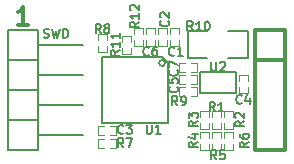
<source format=gto>
G04 (created by PCBNEW (2013-jul-07)-stable) date Mon 06 Jan 2014 05:23:51 AM EST*
%MOIN*%
G04 Gerber Fmt 3.4, Leading zero omitted, Abs format*
%FSLAX34Y34*%
G01*
G70*
G90*
G04 APERTURE LIST*
%ADD10C,0.00590551*%
%ADD11C,0.011811*%
%ADD12C,0.005*%
%ADD13C,0.006*%
%ADD14C,0.012*%
%ADD15C,0.0028*%
%ADD16C,0.00511811*%
G04 APERTURE END LIST*
G54D10*
G54D11*
X84418Y-56339D02*
X84081Y-56339D01*
X84250Y-56339D02*
X84250Y-55748D01*
X84193Y-55832D01*
X84137Y-55889D01*
X84081Y-55917D01*
G54D12*
X86900Y-59600D02*
X86900Y-57400D01*
X86900Y-57400D02*
X86950Y-57400D01*
X89100Y-57600D02*
X89100Y-59600D01*
X89100Y-59600D02*
X86900Y-59600D01*
X86950Y-57400D02*
X88900Y-57400D01*
X88900Y-57400D02*
X89100Y-57600D01*
G54D13*
X88986Y-57613D02*
G75*
G03X88986Y-57613I-99J0D01*
G74*
G01*
G54D14*
X93000Y-56500D02*
X93000Y-56500D01*
X92000Y-56500D02*
X93000Y-56500D01*
X93000Y-56500D02*
X93000Y-56500D01*
X93000Y-56500D02*
X93000Y-60500D01*
X93000Y-60500D02*
X92000Y-60500D01*
X92000Y-60500D02*
X92000Y-56500D01*
X92000Y-57500D02*
X93000Y-57500D01*
G54D12*
X91350Y-57900D02*
X91350Y-58600D01*
X91350Y-58600D02*
X90150Y-58600D01*
X90150Y-58600D02*
X90150Y-57900D01*
X90150Y-57900D02*
X91350Y-57900D01*
X89750Y-56550D02*
X89750Y-57450D01*
X89750Y-57450D02*
X90400Y-57450D01*
X91100Y-56550D02*
X91750Y-56550D01*
X91750Y-56550D02*
X91750Y-57450D01*
X91750Y-57450D02*
X91100Y-57450D01*
X90400Y-56550D02*
X89750Y-56550D01*
G54D15*
X89650Y-58400D02*
X89450Y-58400D01*
X89450Y-58400D02*
X89450Y-58700D01*
X89450Y-58700D02*
X89650Y-58700D01*
X89850Y-58400D02*
X90050Y-58400D01*
X90050Y-58400D02*
X90050Y-58700D01*
X90050Y-58700D02*
X89850Y-58700D01*
X87950Y-56850D02*
X87950Y-57050D01*
X87950Y-57050D02*
X88250Y-57050D01*
X88250Y-57050D02*
X88250Y-56850D01*
X87950Y-56650D02*
X87950Y-56450D01*
X87950Y-56450D02*
X88250Y-56450D01*
X88250Y-56450D02*
X88250Y-56650D01*
X87850Y-56900D02*
X87850Y-56700D01*
X87850Y-56700D02*
X87550Y-56700D01*
X87550Y-56700D02*
X87550Y-56900D01*
X87850Y-57100D02*
X87850Y-57300D01*
X87850Y-57300D02*
X87550Y-57300D01*
X87550Y-57300D02*
X87550Y-57100D01*
X89850Y-57900D02*
X90050Y-57900D01*
X90050Y-57900D02*
X90050Y-57600D01*
X90050Y-57600D02*
X89850Y-57600D01*
X89650Y-57900D02*
X89450Y-57900D01*
X89450Y-57900D02*
X89450Y-57600D01*
X89450Y-57600D02*
X89650Y-57600D01*
X89650Y-58000D02*
X89450Y-58000D01*
X89450Y-58000D02*
X89450Y-58300D01*
X89450Y-58300D02*
X89650Y-58300D01*
X89850Y-58000D02*
X90050Y-58000D01*
X90050Y-58000D02*
X90050Y-58300D01*
X90050Y-58300D02*
X89850Y-58300D01*
X88350Y-56850D02*
X88350Y-57050D01*
X88350Y-57050D02*
X88650Y-57050D01*
X88650Y-57050D02*
X88650Y-56850D01*
X88350Y-56650D02*
X88350Y-56450D01*
X88350Y-56450D02*
X88650Y-56450D01*
X88650Y-56450D02*
X88650Y-56650D01*
X91750Y-58200D02*
X91750Y-58000D01*
X91750Y-58000D02*
X91450Y-58000D01*
X91450Y-58000D02*
X91450Y-58200D01*
X91750Y-58400D02*
X91750Y-58600D01*
X91750Y-58600D02*
X91450Y-58600D01*
X91450Y-58600D02*
X91450Y-58400D01*
X86950Y-59700D02*
X86750Y-59700D01*
X86750Y-59700D02*
X86750Y-60000D01*
X86750Y-60000D02*
X86950Y-60000D01*
X87150Y-59700D02*
X87350Y-59700D01*
X87350Y-59700D02*
X87350Y-60000D01*
X87350Y-60000D02*
X87150Y-60000D01*
X89150Y-56850D02*
X89150Y-57050D01*
X89150Y-57050D02*
X89450Y-57050D01*
X89450Y-57050D02*
X89450Y-56850D01*
X89150Y-56650D02*
X89150Y-56450D01*
X89150Y-56450D02*
X89450Y-56450D01*
X89450Y-56450D02*
X89450Y-56650D01*
X86950Y-60150D02*
X86750Y-60150D01*
X86750Y-60150D02*
X86750Y-60450D01*
X86750Y-60450D02*
X86950Y-60450D01*
X87150Y-60150D02*
X87350Y-60150D01*
X87350Y-60150D02*
X87350Y-60450D01*
X87350Y-60450D02*
X87150Y-60450D01*
X87050Y-56850D02*
X87050Y-56650D01*
X87050Y-56650D02*
X86750Y-56650D01*
X86750Y-56650D02*
X86750Y-56850D01*
X87050Y-57050D02*
X87050Y-57250D01*
X87050Y-57250D02*
X86750Y-57250D01*
X86750Y-57250D02*
X86750Y-57050D01*
X88750Y-56850D02*
X88750Y-57050D01*
X88750Y-57050D02*
X89050Y-57050D01*
X89050Y-57050D02*
X89050Y-56850D01*
X88750Y-56650D02*
X88750Y-56450D01*
X88750Y-56450D02*
X89050Y-56450D01*
X89050Y-56450D02*
X89050Y-56650D01*
X90850Y-59400D02*
X90850Y-59200D01*
X90850Y-59200D02*
X90550Y-59200D01*
X90550Y-59200D02*
X90550Y-59400D01*
X90850Y-59600D02*
X90850Y-59800D01*
X90850Y-59800D02*
X90550Y-59800D01*
X90550Y-59800D02*
X90550Y-59600D01*
X90150Y-60300D02*
X90150Y-60500D01*
X90150Y-60500D02*
X90450Y-60500D01*
X90450Y-60500D02*
X90450Y-60300D01*
X90150Y-60100D02*
X90150Y-59900D01*
X90150Y-59900D02*
X90450Y-59900D01*
X90450Y-59900D02*
X90450Y-60100D01*
X90450Y-59400D02*
X90450Y-59200D01*
X90450Y-59200D02*
X90150Y-59200D01*
X90150Y-59200D02*
X90150Y-59400D01*
X90450Y-59600D02*
X90450Y-59800D01*
X90450Y-59800D02*
X90150Y-59800D01*
X90150Y-59800D02*
X90150Y-59600D01*
X91250Y-59400D02*
X91250Y-59200D01*
X91250Y-59200D02*
X90950Y-59200D01*
X90950Y-59200D02*
X90950Y-59400D01*
X91250Y-59600D02*
X91250Y-59800D01*
X91250Y-59800D02*
X90950Y-59800D01*
X90950Y-59800D02*
X90950Y-59600D01*
X90950Y-60300D02*
X90950Y-60500D01*
X90950Y-60500D02*
X91250Y-60500D01*
X91250Y-60500D02*
X91250Y-60300D01*
X90950Y-60100D02*
X90950Y-59900D01*
X90950Y-59900D02*
X91250Y-59900D01*
X91250Y-59900D02*
X91250Y-60100D01*
X90850Y-60100D02*
X90850Y-59900D01*
X90850Y-59900D02*
X90550Y-59900D01*
X90550Y-59900D02*
X90550Y-60100D01*
X90850Y-60300D02*
X90850Y-60500D01*
X90850Y-60500D02*
X90550Y-60500D01*
X90550Y-60500D02*
X90550Y-60300D01*
G54D10*
X86250Y-60000D02*
X84750Y-60000D01*
X86250Y-59000D02*
X84750Y-59000D01*
X86250Y-58000D02*
X84750Y-58000D01*
X86250Y-57000D02*
X84750Y-57000D01*
X84750Y-59500D02*
X83750Y-59500D01*
X84750Y-58500D02*
X83750Y-58500D01*
X84750Y-57500D02*
X83750Y-57500D01*
X84750Y-56500D02*
X84750Y-60500D01*
X84750Y-60500D02*
X83750Y-60500D01*
X83750Y-60500D02*
X83750Y-56500D01*
X83750Y-56500D02*
X84750Y-56500D01*
G54D16*
X88371Y-59671D02*
X88371Y-59914D01*
X88385Y-59942D01*
X88400Y-59957D01*
X88428Y-59971D01*
X88485Y-59971D01*
X88514Y-59957D01*
X88528Y-59942D01*
X88542Y-59914D01*
X88542Y-59671D01*
X88842Y-59971D02*
X88671Y-59971D01*
X88757Y-59971D02*
X88757Y-59671D01*
X88728Y-59714D01*
X88700Y-59742D01*
X88671Y-59757D01*
X90521Y-57571D02*
X90521Y-57814D01*
X90535Y-57842D01*
X90550Y-57857D01*
X90578Y-57871D01*
X90635Y-57871D01*
X90664Y-57857D01*
X90678Y-57842D01*
X90692Y-57814D01*
X90692Y-57571D01*
X90821Y-57600D02*
X90835Y-57585D01*
X90864Y-57571D01*
X90935Y-57571D01*
X90964Y-57585D01*
X90978Y-57600D01*
X90992Y-57628D01*
X90992Y-57657D01*
X90978Y-57700D01*
X90807Y-57871D01*
X90992Y-57871D01*
X89907Y-56521D02*
X89807Y-56378D01*
X89735Y-56521D02*
X89735Y-56221D01*
X89850Y-56221D01*
X89878Y-56235D01*
X89892Y-56250D01*
X89907Y-56278D01*
X89907Y-56321D01*
X89892Y-56350D01*
X89878Y-56364D01*
X89850Y-56378D01*
X89735Y-56378D01*
X90192Y-56521D02*
X90021Y-56521D01*
X90107Y-56521D02*
X90107Y-56221D01*
X90078Y-56264D01*
X90050Y-56292D01*
X90021Y-56307D01*
X90378Y-56221D02*
X90407Y-56221D01*
X90435Y-56235D01*
X90450Y-56250D01*
X90464Y-56278D01*
X90478Y-56335D01*
X90478Y-56407D01*
X90464Y-56464D01*
X90450Y-56492D01*
X90435Y-56507D01*
X90407Y-56521D01*
X90378Y-56521D01*
X90350Y-56507D01*
X90335Y-56492D01*
X90321Y-56464D01*
X90307Y-56407D01*
X90307Y-56335D01*
X90321Y-56278D01*
X90335Y-56250D01*
X90350Y-56235D01*
X90378Y-56221D01*
X89400Y-59021D02*
X89300Y-58878D01*
X89228Y-59021D02*
X89228Y-58721D01*
X89342Y-58721D01*
X89371Y-58735D01*
X89385Y-58750D01*
X89400Y-58778D01*
X89400Y-58821D01*
X89385Y-58850D01*
X89371Y-58864D01*
X89342Y-58878D01*
X89228Y-58878D01*
X89542Y-59021D02*
X89600Y-59021D01*
X89628Y-59007D01*
X89642Y-58992D01*
X89671Y-58950D01*
X89685Y-58892D01*
X89685Y-58778D01*
X89671Y-58750D01*
X89657Y-58735D01*
X89628Y-58721D01*
X89571Y-58721D01*
X89542Y-58735D01*
X89528Y-58750D01*
X89514Y-58778D01*
X89514Y-58850D01*
X89528Y-58878D01*
X89542Y-58892D01*
X89571Y-58907D01*
X89628Y-58907D01*
X89657Y-58892D01*
X89671Y-58878D01*
X89685Y-58850D01*
X88121Y-56242D02*
X87978Y-56342D01*
X88121Y-56414D02*
X87821Y-56414D01*
X87821Y-56300D01*
X87835Y-56271D01*
X87850Y-56257D01*
X87878Y-56242D01*
X87921Y-56242D01*
X87950Y-56257D01*
X87964Y-56271D01*
X87978Y-56300D01*
X87978Y-56414D01*
X88121Y-55957D02*
X88121Y-56128D01*
X88121Y-56042D02*
X87821Y-56042D01*
X87864Y-56071D01*
X87892Y-56100D01*
X87907Y-56128D01*
X87850Y-55842D02*
X87835Y-55828D01*
X87821Y-55800D01*
X87821Y-55728D01*
X87835Y-55700D01*
X87850Y-55685D01*
X87878Y-55671D01*
X87907Y-55671D01*
X87950Y-55685D01*
X88121Y-55857D01*
X88121Y-55671D01*
X87471Y-57192D02*
X87328Y-57292D01*
X87471Y-57364D02*
X87171Y-57364D01*
X87171Y-57250D01*
X87185Y-57221D01*
X87200Y-57207D01*
X87228Y-57192D01*
X87271Y-57192D01*
X87300Y-57207D01*
X87314Y-57221D01*
X87328Y-57250D01*
X87328Y-57364D01*
X87471Y-56907D02*
X87471Y-57078D01*
X87471Y-56992D02*
X87171Y-56992D01*
X87214Y-57021D01*
X87242Y-57050D01*
X87257Y-57078D01*
X87471Y-56621D02*
X87471Y-56792D01*
X87471Y-56707D02*
X87171Y-56707D01*
X87214Y-56735D01*
X87242Y-56764D01*
X87257Y-56792D01*
X89392Y-57850D02*
X89407Y-57864D01*
X89421Y-57907D01*
X89421Y-57935D01*
X89407Y-57978D01*
X89378Y-58007D01*
X89350Y-58021D01*
X89292Y-58035D01*
X89250Y-58035D01*
X89192Y-58021D01*
X89164Y-58007D01*
X89135Y-57978D01*
X89121Y-57935D01*
X89121Y-57907D01*
X89135Y-57864D01*
X89150Y-57850D01*
X89121Y-57750D02*
X89121Y-57550D01*
X89421Y-57678D01*
X89392Y-58400D02*
X89407Y-58414D01*
X89421Y-58457D01*
X89421Y-58485D01*
X89407Y-58528D01*
X89378Y-58557D01*
X89350Y-58571D01*
X89292Y-58585D01*
X89250Y-58585D01*
X89192Y-58571D01*
X89164Y-58557D01*
X89135Y-58528D01*
X89121Y-58485D01*
X89121Y-58457D01*
X89135Y-58414D01*
X89150Y-58400D01*
X89121Y-58128D02*
X89121Y-58271D01*
X89264Y-58285D01*
X89250Y-58271D01*
X89235Y-58242D01*
X89235Y-58171D01*
X89250Y-58142D01*
X89264Y-58128D01*
X89292Y-58114D01*
X89364Y-58114D01*
X89392Y-58128D01*
X89407Y-58142D01*
X89421Y-58171D01*
X89421Y-58242D01*
X89407Y-58271D01*
X89392Y-58285D01*
X88450Y-57342D02*
X88435Y-57357D01*
X88392Y-57371D01*
X88364Y-57371D01*
X88321Y-57357D01*
X88292Y-57328D01*
X88278Y-57300D01*
X88264Y-57242D01*
X88264Y-57200D01*
X88278Y-57142D01*
X88292Y-57114D01*
X88321Y-57085D01*
X88364Y-57071D01*
X88392Y-57071D01*
X88435Y-57085D01*
X88450Y-57100D01*
X88707Y-57071D02*
X88650Y-57071D01*
X88621Y-57085D01*
X88607Y-57100D01*
X88578Y-57142D01*
X88564Y-57200D01*
X88564Y-57314D01*
X88578Y-57342D01*
X88592Y-57357D01*
X88621Y-57371D01*
X88678Y-57371D01*
X88707Y-57357D01*
X88721Y-57342D01*
X88735Y-57314D01*
X88735Y-57242D01*
X88721Y-57214D01*
X88707Y-57200D01*
X88678Y-57185D01*
X88621Y-57185D01*
X88592Y-57200D01*
X88578Y-57214D01*
X88564Y-57242D01*
X91550Y-58942D02*
X91535Y-58957D01*
X91492Y-58971D01*
X91464Y-58971D01*
X91421Y-58957D01*
X91392Y-58928D01*
X91378Y-58900D01*
X91364Y-58842D01*
X91364Y-58800D01*
X91378Y-58742D01*
X91392Y-58714D01*
X91421Y-58685D01*
X91464Y-58671D01*
X91492Y-58671D01*
X91535Y-58685D01*
X91550Y-58700D01*
X91807Y-58771D02*
X91807Y-58971D01*
X91735Y-58657D02*
X91664Y-58871D01*
X91850Y-58871D01*
X87600Y-59942D02*
X87585Y-59957D01*
X87542Y-59971D01*
X87514Y-59971D01*
X87471Y-59957D01*
X87442Y-59928D01*
X87428Y-59900D01*
X87414Y-59842D01*
X87414Y-59800D01*
X87428Y-59742D01*
X87442Y-59714D01*
X87471Y-59685D01*
X87514Y-59671D01*
X87542Y-59671D01*
X87585Y-59685D01*
X87600Y-59700D01*
X87700Y-59671D02*
X87885Y-59671D01*
X87785Y-59785D01*
X87828Y-59785D01*
X87857Y-59800D01*
X87871Y-59814D01*
X87885Y-59842D01*
X87885Y-59914D01*
X87871Y-59942D01*
X87857Y-59957D01*
X87828Y-59971D01*
X87742Y-59971D01*
X87714Y-59957D01*
X87700Y-59942D01*
X89300Y-57342D02*
X89285Y-57357D01*
X89242Y-57371D01*
X89214Y-57371D01*
X89171Y-57357D01*
X89142Y-57328D01*
X89128Y-57300D01*
X89114Y-57242D01*
X89114Y-57200D01*
X89128Y-57142D01*
X89142Y-57114D01*
X89171Y-57085D01*
X89214Y-57071D01*
X89242Y-57071D01*
X89285Y-57085D01*
X89300Y-57100D01*
X89585Y-57371D02*
X89414Y-57371D01*
X89500Y-57371D02*
X89500Y-57071D01*
X89471Y-57114D01*
X89442Y-57142D01*
X89414Y-57157D01*
X87600Y-60421D02*
X87500Y-60278D01*
X87428Y-60421D02*
X87428Y-60121D01*
X87542Y-60121D01*
X87571Y-60135D01*
X87585Y-60150D01*
X87600Y-60178D01*
X87600Y-60221D01*
X87585Y-60250D01*
X87571Y-60264D01*
X87542Y-60278D01*
X87428Y-60278D01*
X87700Y-60121D02*
X87900Y-60121D01*
X87771Y-60421D01*
X86850Y-56621D02*
X86750Y-56478D01*
X86678Y-56621D02*
X86678Y-56321D01*
X86792Y-56321D01*
X86821Y-56335D01*
X86835Y-56350D01*
X86850Y-56378D01*
X86850Y-56421D01*
X86835Y-56450D01*
X86821Y-56464D01*
X86792Y-56478D01*
X86678Y-56478D01*
X87021Y-56450D02*
X86992Y-56435D01*
X86978Y-56421D01*
X86964Y-56392D01*
X86964Y-56378D01*
X86978Y-56350D01*
X86992Y-56335D01*
X87021Y-56321D01*
X87078Y-56321D01*
X87107Y-56335D01*
X87121Y-56350D01*
X87135Y-56378D01*
X87135Y-56392D01*
X87121Y-56421D01*
X87107Y-56435D01*
X87078Y-56450D01*
X87021Y-56450D01*
X86992Y-56464D01*
X86978Y-56478D01*
X86964Y-56507D01*
X86964Y-56564D01*
X86978Y-56592D01*
X86992Y-56607D01*
X87021Y-56621D01*
X87078Y-56621D01*
X87107Y-56607D01*
X87121Y-56592D01*
X87135Y-56564D01*
X87135Y-56507D01*
X87121Y-56478D01*
X87107Y-56464D01*
X87078Y-56450D01*
X89092Y-56200D02*
X89107Y-56214D01*
X89121Y-56257D01*
X89121Y-56285D01*
X89107Y-56328D01*
X89078Y-56357D01*
X89050Y-56371D01*
X88992Y-56385D01*
X88950Y-56385D01*
X88892Y-56371D01*
X88864Y-56357D01*
X88835Y-56328D01*
X88821Y-56285D01*
X88821Y-56257D01*
X88835Y-56214D01*
X88850Y-56200D01*
X88850Y-56085D02*
X88835Y-56071D01*
X88821Y-56042D01*
X88821Y-55971D01*
X88835Y-55942D01*
X88850Y-55928D01*
X88878Y-55914D01*
X88907Y-55914D01*
X88950Y-55928D01*
X89121Y-56100D01*
X89121Y-55914D01*
X90650Y-59221D02*
X90550Y-59078D01*
X90478Y-59221D02*
X90478Y-58921D01*
X90592Y-58921D01*
X90621Y-58935D01*
X90635Y-58950D01*
X90650Y-58978D01*
X90650Y-59021D01*
X90635Y-59050D01*
X90621Y-59064D01*
X90592Y-59078D01*
X90478Y-59078D01*
X90935Y-59221D02*
X90764Y-59221D01*
X90850Y-59221D02*
X90850Y-58921D01*
X90821Y-58964D01*
X90792Y-58992D01*
X90764Y-59007D01*
X90071Y-60250D02*
X89928Y-60350D01*
X90071Y-60421D02*
X89771Y-60421D01*
X89771Y-60307D01*
X89785Y-60278D01*
X89800Y-60264D01*
X89828Y-60250D01*
X89871Y-60250D01*
X89900Y-60264D01*
X89914Y-60278D01*
X89928Y-60307D01*
X89928Y-60421D01*
X89871Y-59992D02*
X90071Y-59992D01*
X89757Y-60064D02*
X89971Y-60135D01*
X89971Y-59950D01*
X90071Y-59550D02*
X89928Y-59650D01*
X90071Y-59721D02*
X89771Y-59721D01*
X89771Y-59607D01*
X89785Y-59578D01*
X89800Y-59564D01*
X89828Y-59550D01*
X89871Y-59550D01*
X89900Y-59564D01*
X89914Y-59578D01*
X89928Y-59607D01*
X89928Y-59721D01*
X89771Y-59450D02*
X89771Y-59264D01*
X89885Y-59364D01*
X89885Y-59321D01*
X89900Y-59292D01*
X89914Y-59278D01*
X89942Y-59264D01*
X90014Y-59264D01*
X90042Y-59278D01*
X90057Y-59292D01*
X90071Y-59321D01*
X90071Y-59407D01*
X90057Y-59435D01*
X90042Y-59450D01*
X91621Y-59550D02*
X91478Y-59650D01*
X91621Y-59721D02*
X91321Y-59721D01*
X91321Y-59607D01*
X91335Y-59578D01*
X91350Y-59564D01*
X91378Y-59550D01*
X91421Y-59550D01*
X91450Y-59564D01*
X91464Y-59578D01*
X91478Y-59607D01*
X91478Y-59721D01*
X91350Y-59435D02*
X91335Y-59421D01*
X91321Y-59392D01*
X91321Y-59321D01*
X91335Y-59292D01*
X91350Y-59278D01*
X91378Y-59264D01*
X91407Y-59264D01*
X91450Y-59278D01*
X91621Y-59450D01*
X91621Y-59264D01*
X91771Y-60250D02*
X91628Y-60350D01*
X91771Y-60421D02*
X91471Y-60421D01*
X91471Y-60307D01*
X91485Y-60278D01*
X91500Y-60264D01*
X91528Y-60250D01*
X91571Y-60250D01*
X91600Y-60264D01*
X91614Y-60278D01*
X91628Y-60307D01*
X91628Y-60421D01*
X91471Y-59992D02*
X91471Y-60050D01*
X91485Y-60078D01*
X91500Y-60092D01*
X91542Y-60121D01*
X91600Y-60135D01*
X91714Y-60135D01*
X91742Y-60121D01*
X91757Y-60107D01*
X91771Y-60078D01*
X91771Y-60021D01*
X91757Y-59992D01*
X91742Y-59978D01*
X91714Y-59964D01*
X91642Y-59964D01*
X91614Y-59978D01*
X91600Y-59992D01*
X91585Y-60021D01*
X91585Y-60078D01*
X91600Y-60107D01*
X91614Y-60121D01*
X91642Y-60135D01*
X90700Y-60821D02*
X90600Y-60678D01*
X90528Y-60821D02*
X90528Y-60521D01*
X90642Y-60521D01*
X90671Y-60535D01*
X90685Y-60550D01*
X90700Y-60578D01*
X90700Y-60621D01*
X90685Y-60650D01*
X90671Y-60664D01*
X90642Y-60678D01*
X90528Y-60678D01*
X90971Y-60521D02*
X90828Y-60521D01*
X90814Y-60664D01*
X90828Y-60650D01*
X90857Y-60635D01*
X90928Y-60635D01*
X90957Y-60650D01*
X90971Y-60664D01*
X90985Y-60692D01*
X90985Y-60764D01*
X90971Y-60792D01*
X90957Y-60807D01*
X90928Y-60821D01*
X90857Y-60821D01*
X90828Y-60807D01*
X90814Y-60792D01*
X84942Y-56757D02*
X84985Y-56771D01*
X85057Y-56771D01*
X85085Y-56757D01*
X85100Y-56742D01*
X85114Y-56714D01*
X85114Y-56685D01*
X85100Y-56657D01*
X85085Y-56642D01*
X85057Y-56628D01*
X85000Y-56614D01*
X84971Y-56600D01*
X84957Y-56585D01*
X84942Y-56557D01*
X84942Y-56528D01*
X84957Y-56500D01*
X84971Y-56485D01*
X85000Y-56471D01*
X85071Y-56471D01*
X85114Y-56485D01*
X85214Y-56471D02*
X85285Y-56771D01*
X85342Y-56557D01*
X85400Y-56771D01*
X85471Y-56471D01*
X85585Y-56771D02*
X85585Y-56471D01*
X85657Y-56471D01*
X85700Y-56485D01*
X85728Y-56514D01*
X85742Y-56542D01*
X85757Y-56600D01*
X85757Y-56642D01*
X85742Y-56700D01*
X85728Y-56728D01*
X85700Y-56757D01*
X85657Y-56771D01*
X85585Y-56771D01*
M02*

</source>
